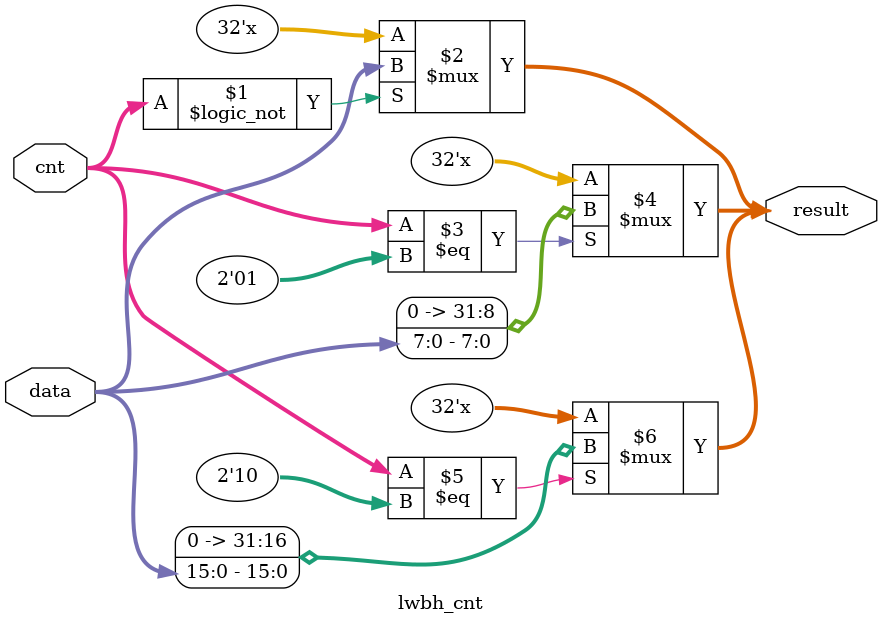
<source format=v>
`timescale 1ns / 1ps
module lwbh_cnt(input wire[1:0]cnt,
					input wire[31:0]data,
					output wire[31:0]result
    );
assign result[31:0]=(cnt==0)?data[31:0]:32'bz;
assign result[31:0]=(cnt==2'b1)?{24'b0,data[7:0]}:32'bz;
assign result[31:0]=(cnt==2'b10)?{16'b0,data[15:0]}:32'bz;

endmodule

</source>
